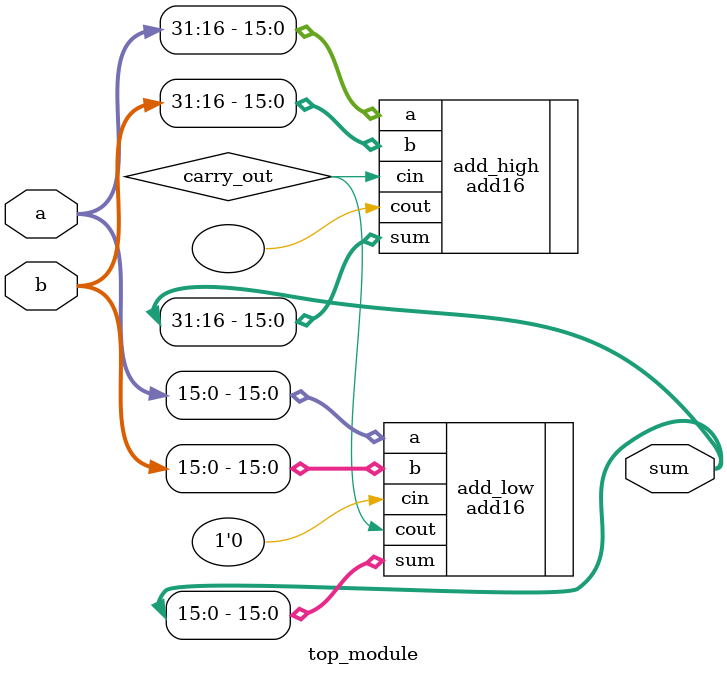
<source format=v>
module top_module(
    input [31:0] a,
    input [31:0] b,
    output [31:0] sum
);
  wire carry_out;
  add16 add_low (
        .a   (a[15:0]),
        .b   (b[15:0]),
        .cin (1'b0),
        .sum (sum[15:0]),
        .cout(carry_out)
    );
    add16 add_high (
        .a   (a[31:16]),
        .b   (b[31:16]),
        .cin (carry_out),
        .sum (sum[31:16]),
        .cout() 
    );
endmodule

</source>
